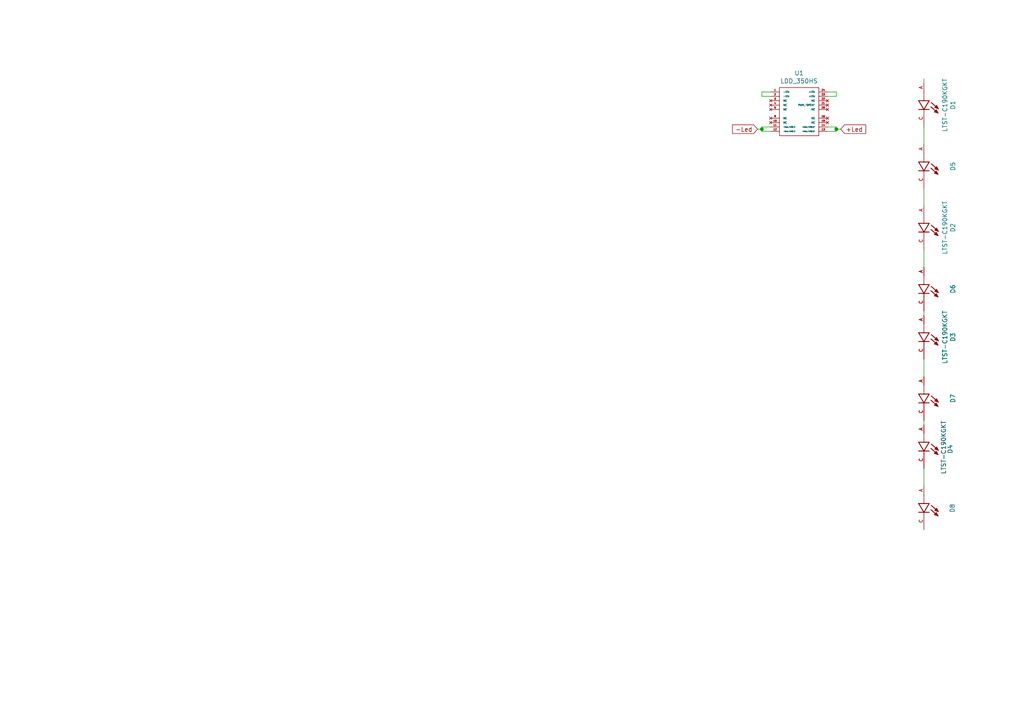
<source format=kicad_sch>
(kicad_sch (version 20230121) (generator eeschema)
  (paper "A4")
  (lib_symbols
    (symbol "K40-LED_PCB-rescue:LDD_350HS-LDD-350HS_SYMBOL" (pin_names (offset 1.016))
      (property "Reference" "U" (at 0 -19.05 0))
      (property "Value" "LDD_350HS-LDD-350HS_SYMBOL" (at 0 -1.905 0))
      (symbol "LDD_350HS-LDD-350HS_SYMBOL_0_1"
        (rectangle (start -5.715 -3.175) (end 5.715 -17.145))
      )
      (symbol "LDD_350HS-LDD-350HS_SYMBOL_1_1"
        (pin input line (at -8.255 -4.445 0) (length 2.54) (name "-Vin") (number "1"))
        (pin no_connect line (at -8.255 -13.335 0) (length 2.54) (name "NC") (number "10"))
        (pin output line (at -8.255 -14.605 0) (length 2.54) (name "-Vout_\"LED(-)") (number "11"))
        (pin output line (at -8.255 -15.875 0) (length 2.54) (name "-Vout_\"LED(-)") (number "12"))
        (pin output line (at 8.255 -15.875 180) (length 2.54) (name "+Vout_\"LED(+)\"") (number "13"))
        (pin output line (at 8.255 -14.605 180) (length 2.54) (name "+Vout_\"LED(+)\"") (number "14"))
        (pin no_connect line (at 8.255 -13.335 180) (length 2.54) (name "NC") (number "15"))
        (pin no_connect line (at 8.255 -12.065 180) (length 2.54) (name "NC") (number "16"))
        (pin input line (at -8.255 -5.715 0) (length 2.54) (name "-Vin") (number "2"))
        (pin no_connect line (at 8.255 -9.525 180) (length 2.54) (name "NC") (number "20"))
        (pin no_connect line (at 8.255 -8.255 180) (length 2.54) (name "PWM_\"OPEN\"") (number "21"))
        (pin no_connect line (at 8.255 -6.985 180) (length 2.54) (name "NC") (number "22"))
        (pin input line (at 8.255 -5.715 180) (length 2.54) (name "+Vin") (number "23"))
        (pin input line (at 8.255 -4.445 180) (length 2.54) (name "+Vin") (number "24"))
        (pin no_connect line (at -8.255 -6.985 0) (length 2.54) (name "NC") (number "3"))
        (pin no_connect line (at -8.255 -8.255 0) (length 2.54) (name "NC") (number "4"))
        (pin no_connect line (at -8.255 -9.525 0) (length 2.54) (name "NC") (number "5"))
        (pin no_connect line (at -8.255 -12.065 0) (length 2.54) (name "NC") (number "9"))
      )
    )
    (symbol "K40-LED_PCB-rescue:LTST-C190KGKT-LTST-C190KGKT" (pin_names (offset 1.016) hide)
      (property "Reference" "D" (at -3.0988 4.4958 0))
      (property "Value" "LTST-C190KGKT-LTST-C190KGKT" (at -3.556 -3.302 0))
      (symbol "LTST-C190KGKT-LTST-C190KGKT_0_0"
        (polyline (pts (xy -2.54 -1.524) (xy 0 0)) (stroke (width 0.254)))
        (polyline (pts (xy -2.54 0) (xy -5.08 0)) (stroke (width 0.1524)))
        (polyline (pts (xy -2.54 0) (xy -2.54 -1.524)) (stroke (width 0.254)))
        (polyline (pts (xy -2.54 1.524) (xy -2.54 0)) (stroke (width 0.254)))
        (polyline (pts (xy -1.1176 3.683) (xy -0.2286 4.1656)) (stroke (width 0.254)))
        (polyline (pts (xy -0.9398 3.6068) (xy -0.7112 3.7592)) (stroke (width 0.254)))
        (polyline (pts (xy -0.5588 3.2004) (xy -1.1176 3.683)) (stroke (width 0.254)))
        (polyline (pts (xy -0.5588 3.2004) (xy -0.5334 3.937)) (stroke (width 0.254)))
        (polyline (pts (xy -0.5334 3.937) (xy -0.6604 3.937)) (stroke (width 0.254)))
        (polyline (pts (xy -0.2286 4.1656) (xy -2.0066 2.1336)) (stroke (width 0.254)))
        (polyline (pts (xy -0.2286 4.1656) (xy -0.5588 3.2004)) (stroke (width 0.254)))
        (polyline (pts (xy 0 0) (xy -2.54 1.524)) (stroke (width 0.254)))
        (polyline (pts (xy 0 1.524) (xy 0 -1.524)) (stroke (width 0.254)))
        (polyline (pts (xy 0.127 3.5814) (xy 1.016 4.064)) (stroke (width 0.254)))
        (polyline (pts (xy 0.3048 3.5052) (xy 0.5334 3.6576)) (stroke (width 0.254)))
        (polyline (pts (xy 0.6858 3.0988) (xy 0.127 3.5814)) (stroke (width 0.254)))
        (polyline (pts (xy 0.6858 3.0988) (xy 0.7112 3.8354)) (stroke (width 0.254)))
        (polyline (pts (xy 0.7112 3.8354) (xy 0.5842 3.8354)) (stroke (width 0.254)))
        (polyline (pts (xy 1.016 4.064) (xy -0.762 2.032)) (stroke (width 0.254)))
        (polyline (pts (xy 1.016 4.064) (xy 0.6858 3.0988)) (stroke (width 0.254)))
        (pin passive line (at -7.62 0 0) (length 2.54) (name "~") (number "A"))
        (pin passive line (at 5.08 0 180) (length 5.08) (name "~") (number "C"))
      )
    )
  )
  (junction (at 220.98 37.465))
  (junction (at 242.57 37.465))
  (wire (pts (xy 267.97 121.92) (xy 267.97 123.19)))
  (wire (pts (xy 242.57 37.465) (xy 243.84 37.465)))
  (wire (pts (xy 267.97 72.39) (xy 267.97 77.47)))
  (wire (pts (xy 267.97 22.86) (xy 267.97 24.13)))
  (wire (pts (xy 267.97 54.61) (xy 267.97 59.69)))
  (wire (pts (xy 242.57 37.465) (xy 242.57 38.1)))
  (wire (pts (xy 220.98 27.94) (xy 220.98 26.67)))
  (wire (pts (xy 240.03 36.83) (xy 242.57 36.83)))
  (wire (pts (xy 267.97 36.83) (xy 267.97 41.91)))
  (wire (pts (xy 267.97 104.14) (xy 267.97 109.22)))
  (wire (pts (xy 242.57 36.83) (xy 242.57 37.465)))
  (wire (pts (xy 219.71 37.465) (xy 220.98 37.465)))
  (wire (pts (xy 220.98 37.465) (xy 220.98 38.1)))
  (wire (pts (xy 267.97 135.89) (xy 267.97 140.97)))
  (wire (pts (xy 242.57 26.67) (xy 242.57 27.94)))
  (wire (pts (xy 267.97 90.17) (xy 267.97 91.44)))
  (wire (pts (xy 220.98 26.67) (xy 223.52 26.67)))
  (wire (pts (xy 220.98 38.1) (xy 223.52 38.1)))
  (wire (pts (xy 223.52 36.83) (xy 220.98 36.83)))
  (wire (pts (xy 240.03 38.1) (xy 242.57 38.1)))
  (wire (pts (xy 242.57 27.94) (xy 240.03 27.94)))
  (wire (pts (xy 220.98 36.83) (xy 220.98 37.465)))
  (wire (pts (xy 223.52 27.94) (xy 220.98 27.94)))
  (wire (pts (xy 242.57 26.67) (xy 240.03 26.67)))
  (global_label "-Led" (shape input) (at 219.71 37.465 180) (property "Intersheetrefs" "${INTERSHEET_REFS}" (effects hide)))
  (global_label "+Led" (shape input) (at 243.84 37.465 0) (property "Intersheetrefs" "${INTERSHEET_REFS}" (effects hide)))
  (symbol (lib_id "K40-LED_PCB-rescue:LTST-C190KGKT-LTST-C190KGKT") (at 267.97 31.75 270) (unit 1)
    (property "Reference" "D1" (at 276.3774 30.48 0))
    (property "Value" "LTST-C190KGKT" (at 274.066 30.48 0))
    (property "Footprint" "Cree_MX3AWT-A1-R250-000BE3:Cree_MX3AWT-A1-R250-000BE3" (effects hide))
  )
  (symbol (lib_id "K40-LED_PCB-rescue:LTST-C190KGKT-LTST-C190KGKT") (at 267.97 49.53 270) (unit 1)
    (property "Reference" "D5" (at 276.3774 48.26 0))
    (property "Value" "LTST-C190KGKT" (effects hide))
    (property "Footprint" "Cree_MX3AWT-A1-R250-000BE3:Cree_MX3AWT-A1-R250-000BE3" (effects hide))
  )
  (symbol (lib_id "K40-LED_PCB-rescue:LTST-C190KGKT-LTST-C190KGKT") (at 267.97 67.31 270) (unit 1)
    (property "Reference" "D2" (at 276.3774 66.04 0))
    (property "Value" "LTST-C190KGKT" (at 274.066 66.04 0))
    (property "Footprint" "Cree_MX3AWT-A1-R250-000BE3:Cree_MX3AWT-A1-R250-000BE3" (effects hide))
  )
  (symbol (lib_id "K40-LED_PCB-rescue:LTST-C190KGKT-LTST-C190KGKT") (at 267.97 85.09 270) (unit 1)
    (property "Reference" "D6" (at 276.3774 83.82 0))
    (property "Value" "LTST-C190KGKT" (effects hide))
    (property "Footprint" "Cree_MX3AWT-A1-R250-000BE3:Cree_MX3AWT-A1-R250-000BE3" (effects hide))
  )
  (symbol (lib_id "K40-LED_PCB-rescue:LTST-C190KGKT-LTST-C190KGKT") (at 267.97 99.06 270) (unit 1)
    (property "Reference" "D3" (at 276.3774 97.79 0))
    (property "Value" "LTST-C190KGKT" (at 274.066 97.79 0))
    (property "Footprint" "Cree_MX3AWT-A1-R250-000BE3:Cree_MX3AWT-A1-R250-000BE3" (effects hide))
  )
  (symbol (lib_id "K40-LED_PCB-rescue:LTST-C190KGKT-LTST-C190KGKT") (at 267.97 116.84 270) (unit 1)
    (property "Reference" "D7" (at 276.3774 115.57 0))
    (property "Value" "LTST-C190KGKT" (effects hide))
    (property "Footprint" "Cree_MX3AWT-A1-R250-000BE3:Cree_MX3AWT-A1-R250-000BE3" (effects hide))
  )
  (symbol (lib_id "K40-LED_PCB-rescue:LDD_350HS-LDD-350HS_SYMBOL") (at 231.775 22.225 0) (unit 1)
    (property "Reference" "U1" (at 231.775 21.209 0))
    (property "Value" "LDD_350HS" (at 231.775 23.5204 0))
    (property "Footprint" "LDD-350HS:LDD-350HS" (effects hide))
  )
  (symbol (lib_id "K40-LED_PCB-rescue:LTST-C190KGKT-LTST-C190KGKT") (at 267.97 130.81 270) (unit 1)
    (property "Reference" "D4" (at 275.59 128.905 0) (effects (justify left)))
    (property "Value" "LTST-C190KGKT" (at 273.685 121.92 0) (effects (justify left)))
    (property "Footprint" "Cree_MX3AWT-A1-R250-000BE3:Cree_MX3AWT-A1-R250-000BE3" (effects hide))
  )
  (symbol (lib_id "K40-LED_PCB-rescue:LTST-C190KGKT-LTST-C190KGKT") (at 267.97 148.59 270) (unit 1)
    (property "Reference" "D8" (at 276.225 146.05 0) (effects (justify left)))
    (property "Value" "LTST-C190KGKT" (effects hide))
    (property "Footprint" "Cree_MX3AWT-A1-R250-000BE3:Cree_MX3AWT-A1-R250-000BE3" (effects hide))
  )
)
</source>
